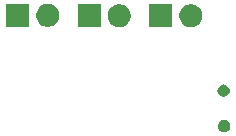
<source format=gts>
G04 #@! TF.GenerationSoftware,KiCad,Pcbnew,5.0.2-bee76a0~70~ubuntu16.04.1*
G04 #@! TF.CreationDate,2019-01-04T08:40:48-07:00*
G04 #@! TF.ProjectId,MakerCozumel,4d616b65-7243-46f7-9a75-6d656c2e6b69,rev?*
G04 #@! TF.SameCoordinates,Original*
G04 #@! TF.FileFunction,Soldermask,Top*
G04 #@! TF.FilePolarity,Negative*
%FSLAX46Y46*%
G04 Gerber Fmt 4.6, Leading zero omitted, Abs format (unit mm)*
G04 Created by KiCad (PCBNEW 5.0.2-bee76a0~70~ubuntu16.04.1) date Fri 04 Jan 2019 08:40:48 MST*
%MOMM*%
%LPD*%
G01*
G04 APERTURE LIST*
%ADD10C,0.100000*%
G04 APERTURE END LIST*
D10*
G36*
X166443489Y-94914022D02*
X166539247Y-94953686D01*
X166625434Y-95011275D01*
X166698725Y-95084566D01*
X166756314Y-95170753D01*
X166795978Y-95266511D01*
X166816200Y-95368174D01*
X166816200Y-95471826D01*
X166795978Y-95573489D01*
X166756314Y-95669247D01*
X166698725Y-95755434D01*
X166625434Y-95828725D01*
X166539247Y-95886314D01*
X166443489Y-95925978D01*
X166341826Y-95946200D01*
X166238174Y-95946200D01*
X166136511Y-95925978D01*
X166040753Y-95886314D01*
X165954566Y-95828725D01*
X165881275Y-95755434D01*
X165823686Y-95669247D01*
X165784022Y-95573489D01*
X165763800Y-95471826D01*
X165763800Y-95368174D01*
X165784022Y-95266511D01*
X165823686Y-95170753D01*
X165881275Y-95084566D01*
X165954566Y-95011275D01*
X166040753Y-94953686D01*
X166136511Y-94914022D01*
X166238174Y-94893800D01*
X166341826Y-94893800D01*
X166443489Y-94914022D01*
X166443489Y-94914022D01*
G37*
G36*
X166393489Y-91914022D02*
X166489247Y-91953686D01*
X166575434Y-92011275D01*
X166648725Y-92084566D01*
X166706314Y-92170753D01*
X166745978Y-92266511D01*
X166766200Y-92368174D01*
X166766200Y-92471826D01*
X166745978Y-92573489D01*
X166706314Y-92669247D01*
X166648725Y-92755434D01*
X166575434Y-92828725D01*
X166489247Y-92886314D01*
X166393489Y-92925978D01*
X166291826Y-92946200D01*
X166188174Y-92946200D01*
X166086511Y-92925978D01*
X165990753Y-92886314D01*
X165904566Y-92828725D01*
X165831275Y-92755434D01*
X165773686Y-92669247D01*
X165734022Y-92573489D01*
X165713800Y-92471826D01*
X165713800Y-92368174D01*
X165734022Y-92266511D01*
X165773686Y-92170753D01*
X165831275Y-92084566D01*
X165904566Y-92011275D01*
X165990753Y-91953686D01*
X166086511Y-91914022D01*
X166188174Y-91893800D01*
X166291826Y-91893800D01*
X166393489Y-91914022D01*
X166393489Y-91914022D01*
G37*
G36*
X163759149Y-85141915D02*
X163936802Y-85215502D01*
X163936804Y-85215503D01*
X164096691Y-85322336D01*
X164232664Y-85458309D01*
X164322527Y-85592798D01*
X164339498Y-85618198D01*
X164413085Y-85795851D01*
X164450600Y-85984453D01*
X164450600Y-86176747D01*
X164413085Y-86365349D01*
X164350019Y-86517602D01*
X164339497Y-86543004D01*
X164232664Y-86702891D01*
X164096691Y-86838864D01*
X163936804Y-86945697D01*
X163936803Y-86945698D01*
X163936802Y-86945698D01*
X163759149Y-87019285D01*
X163570547Y-87056800D01*
X163378253Y-87056800D01*
X163189651Y-87019285D01*
X163011998Y-86945698D01*
X163011997Y-86945698D01*
X163011996Y-86945697D01*
X162852109Y-86838864D01*
X162716136Y-86702891D01*
X162609303Y-86543004D01*
X162598781Y-86517602D01*
X162535715Y-86365349D01*
X162498200Y-86176747D01*
X162498200Y-85984453D01*
X162535715Y-85795851D01*
X162609302Y-85618198D01*
X162626274Y-85592798D01*
X162716136Y-85458309D01*
X162852109Y-85322336D01*
X163011996Y-85215503D01*
X163011998Y-85215502D01*
X163189651Y-85141915D01*
X163378253Y-85104400D01*
X163570547Y-85104400D01*
X163759149Y-85141915D01*
X163759149Y-85141915D01*
G37*
G36*
X161910600Y-87056800D02*
X159958200Y-87056800D01*
X159958200Y-85104400D01*
X161910600Y-85104400D01*
X161910600Y-87056800D01*
X161910600Y-87056800D01*
G37*
G36*
X157688549Y-85141915D02*
X157866202Y-85215502D01*
X157866204Y-85215503D01*
X158026091Y-85322336D01*
X158162064Y-85458309D01*
X158251927Y-85592798D01*
X158268898Y-85618198D01*
X158342485Y-85795851D01*
X158380000Y-85984453D01*
X158380000Y-86176747D01*
X158342485Y-86365349D01*
X158279419Y-86517602D01*
X158268897Y-86543004D01*
X158162064Y-86702891D01*
X158026091Y-86838864D01*
X157866204Y-86945697D01*
X157866203Y-86945698D01*
X157866202Y-86945698D01*
X157688549Y-87019285D01*
X157499947Y-87056800D01*
X157307653Y-87056800D01*
X157119051Y-87019285D01*
X156941398Y-86945698D01*
X156941397Y-86945698D01*
X156941396Y-86945697D01*
X156781509Y-86838864D01*
X156645536Y-86702891D01*
X156538703Y-86543004D01*
X156528181Y-86517602D01*
X156465115Y-86365349D01*
X156427600Y-86176747D01*
X156427600Y-85984453D01*
X156465115Y-85795851D01*
X156538702Y-85618198D01*
X156555674Y-85592798D01*
X156645536Y-85458309D01*
X156781509Y-85322336D01*
X156941396Y-85215503D01*
X156941398Y-85215502D01*
X157119051Y-85141915D01*
X157307653Y-85104400D01*
X157499947Y-85104400D01*
X157688549Y-85141915D01*
X157688549Y-85141915D01*
G37*
G36*
X155840000Y-87056800D02*
X153887600Y-87056800D01*
X153887600Y-85104400D01*
X155840000Y-85104400D01*
X155840000Y-87056800D01*
X155840000Y-87056800D01*
G37*
G36*
X151643349Y-85116515D02*
X151821002Y-85190102D01*
X151821004Y-85190103D01*
X151980891Y-85296936D01*
X152116864Y-85432909D01*
X152133836Y-85458309D01*
X152223698Y-85592798D01*
X152297285Y-85770451D01*
X152334800Y-85959053D01*
X152334800Y-86151347D01*
X152297285Y-86339949D01*
X152223698Y-86517602D01*
X152223697Y-86517604D01*
X152116864Y-86677491D01*
X151980891Y-86813464D01*
X151821004Y-86920297D01*
X151821003Y-86920298D01*
X151821002Y-86920298D01*
X151643349Y-86993885D01*
X151454747Y-87031400D01*
X151262453Y-87031400D01*
X151073851Y-86993885D01*
X150896198Y-86920298D01*
X150896197Y-86920298D01*
X150896196Y-86920297D01*
X150736309Y-86813464D01*
X150600336Y-86677491D01*
X150493503Y-86517604D01*
X150493502Y-86517602D01*
X150419915Y-86339949D01*
X150382400Y-86151347D01*
X150382400Y-85959053D01*
X150419915Y-85770451D01*
X150493502Y-85592798D01*
X150583365Y-85458309D01*
X150600336Y-85432909D01*
X150736309Y-85296936D01*
X150896196Y-85190103D01*
X150896198Y-85190102D01*
X151073851Y-85116515D01*
X151262453Y-85079000D01*
X151454747Y-85079000D01*
X151643349Y-85116515D01*
X151643349Y-85116515D01*
G37*
G36*
X149794800Y-87031400D02*
X147842400Y-87031400D01*
X147842400Y-85079000D01*
X149794800Y-85079000D01*
X149794800Y-87031400D01*
X149794800Y-87031400D01*
G37*
M02*

</source>
